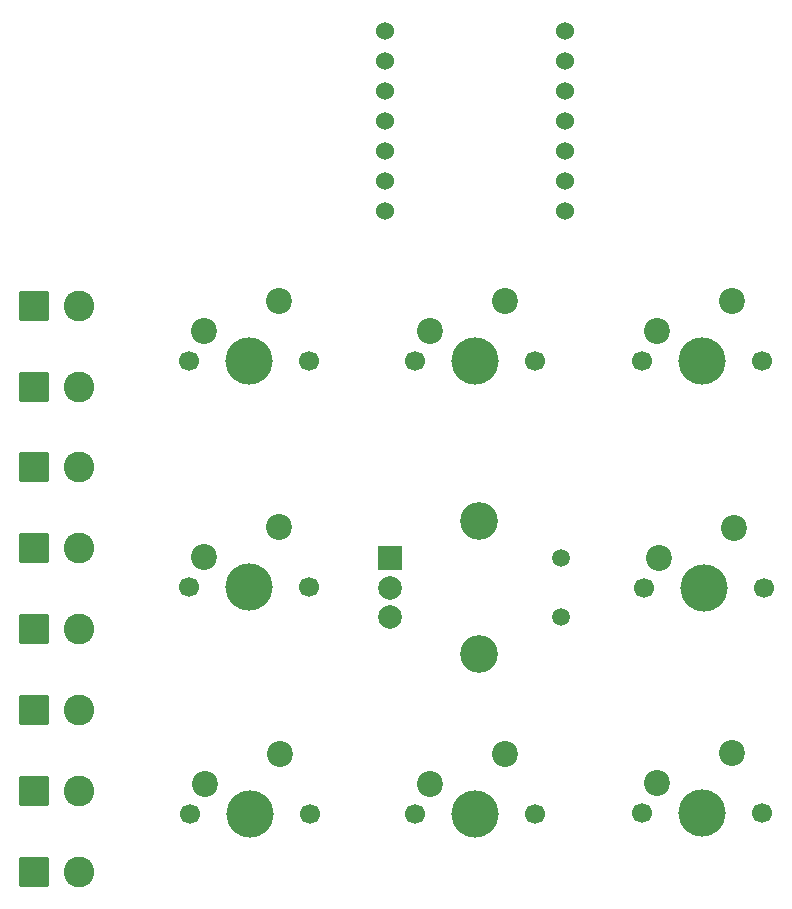
<source format=gbr>
%TF.GenerationSoftware,KiCad,Pcbnew,9.0.2*%
%TF.CreationDate,2025-07-10T09:42:35-04:00*%
%TF.ProjectId,hackpad,6861636b-7061-4642-9e6b-696361645f70,rev?*%
%TF.SameCoordinates,Original*%
%TF.FileFunction,Soldermask,Bot*%
%TF.FilePolarity,Negative*%
%FSLAX46Y46*%
G04 Gerber Fmt 4.6, Leading zero omitted, Abs format (unit mm)*
G04 Created by KiCad (PCBNEW 9.0.2) date 2025-07-10 09:42:35*
%MOMM*%
%LPD*%
G01*
G04 APERTURE LIST*
G04 Aperture macros list*
%AMRoundRect*
0 Rectangle with rounded corners*
0 $1 Rounding radius*
0 $2 $3 $4 $5 $6 $7 $8 $9 X,Y pos of 4 corners*
0 Add a 4 corners polygon primitive as box body*
4,1,4,$2,$3,$4,$5,$6,$7,$8,$9,$2,$3,0*
0 Add four circle primitives for the rounded corners*
1,1,$1+$1,$2,$3*
1,1,$1+$1,$4,$5*
1,1,$1+$1,$6,$7*
1,1,$1+$1,$8,$9*
0 Add four rect primitives between the rounded corners*
20,1,$1+$1,$2,$3,$4,$5,0*
20,1,$1+$1,$4,$5,$6,$7,0*
20,1,$1+$1,$6,$7,$8,$9,0*
20,1,$1+$1,$8,$9,$2,$3,0*%
G04 Aperture macros list end*
%ADD10RoundRect,0.250000X-1.050000X-1.050000X1.050000X-1.050000X1.050000X1.050000X-1.050000X1.050000X0*%
%ADD11C,2.600000*%
%ADD12C,1.700000*%
%ADD13C,4.000000*%
%ADD14C,2.200000*%
%ADD15C,1.524000*%
%ADD16C,1.500000*%
%ADD17R,2.000000X2.000000*%
%ADD18C,2.000000*%
%ADD19C,3.200000*%
G04 APERTURE END LIST*
D10*
%TO.C,D8*%
X142370000Y-82410000D03*
D11*
X146180000Y-82410000D03*
%TD*%
D10*
%TO.C,D4*%
X142370000Y-61860000D03*
D11*
X146180000Y-61860000D03*
%TD*%
D12*
%TO.C,SW7*%
X193870000Y-59720000D03*
D13*
X198950000Y-59720000D03*
D12*
X204030000Y-59720000D03*
D14*
X201490000Y-54640000D03*
X195140000Y-57180000D03*
%TD*%
D15*
%TO.C,U1*%
X172060000Y-31720000D03*
X172060000Y-34260000D03*
X172060000Y-36800000D03*
X172060000Y-39340000D03*
X172060000Y-41880000D03*
X172060000Y-44420000D03*
X172060000Y-46960000D03*
X187300000Y-46960000D03*
X187300000Y-44420000D03*
X187300000Y-41880000D03*
X187300000Y-39340000D03*
X187300000Y-36800000D03*
X187300000Y-34260000D03*
X187300000Y-31720000D03*
%TD*%
D12*
%TO.C,SW2*%
X155490000Y-78860000D03*
D13*
X160570000Y-78860000D03*
D12*
X165650000Y-78860000D03*
D14*
X163110000Y-73780000D03*
X156760000Y-76320000D03*
%TD*%
D10*
%TO.C,D11*%
X142370000Y-102960000D03*
D11*
X146180000Y-102960000D03*
%TD*%
D12*
%TO.C,SW10*%
X193960000Y-78940000D03*
D13*
X199040000Y-78940000D03*
D12*
X204120000Y-78940000D03*
D14*
X201580000Y-73860000D03*
X195230000Y-76400000D03*
%TD*%
D10*
%TO.C,D6*%
X142370000Y-75560000D03*
D11*
X146180000Y-75560000D03*
%TD*%
D10*
%TO.C,D5*%
X142370000Y-68710000D03*
D11*
X146180000Y-68710000D03*
%TD*%
D10*
%TO.C,D3*%
X142370000Y-55010000D03*
D11*
X146180000Y-55010000D03*
%TD*%
D10*
%TO.C,D9*%
X142370000Y-89260000D03*
D11*
X146180000Y-89260000D03*
%TD*%
D12*
%TO.C,SW5*%
X155520000Y-98070000D03*
D13*
X160600000Y-98070000D03*
D12*
X165680000Y-98070000D03*
D14*
X163140000Y-92990000D03*
X156790000Y-95530000D03*
%TD*%
D10*
%TO.C,D10*%
X142370000Y-96110000D03*
D11*
X146180000Y-96110000D03*
%TD*%
D12*
%TO.C,SW1*%
X155490000Y-59720000D03*
D13*
X160570000Y-59720000D03*
D12*
X165650000Y-59720000D03*
D14*
X163110000Y-54640000D03*
X156760000Y-57180000D03*
%TD*%
D12*
%TO.C,SW9*%
X174650000Y-98010000D03*
D13*
X179730000Y-98010000D03*
D12*
X184810000Y-98010000D03*
D14*
X182270000Y-92930000D03*
X175920000Y-95470000D03*
%TD*%
D12*
%TO.C,SW11*%
X193870000Y-98000000D03*
D13*
X198950000Y-98000000D03*
D12*
X204030000Y-98000000D03*
D14*
X201490000Y-92920000D03*
X195140000Y-95460000D03*
%TD*%
D12*
%TO.C,SW3*%
X174620000Y-59720000D03*
D13*
X179700000Y-59720000D03*
D12*
X184780000Y-59720000D03*
D14*
X182240000Y-54640000D03*
X175890000Y-57180000D03*
%TD*%
D16*
%TO.C,SW4*%
X186995000Y-76380000D03*
X186995000Y-81380000D03*
D17*
X172495000Y-76380000D03*
D18*
X172495000Y-81380000D03*
X172495000Y-78880000D03*
D19*
X179995000Y-73280000D03*
X179995000Y-84480000D03*
%TD*%
M02*

</source>
